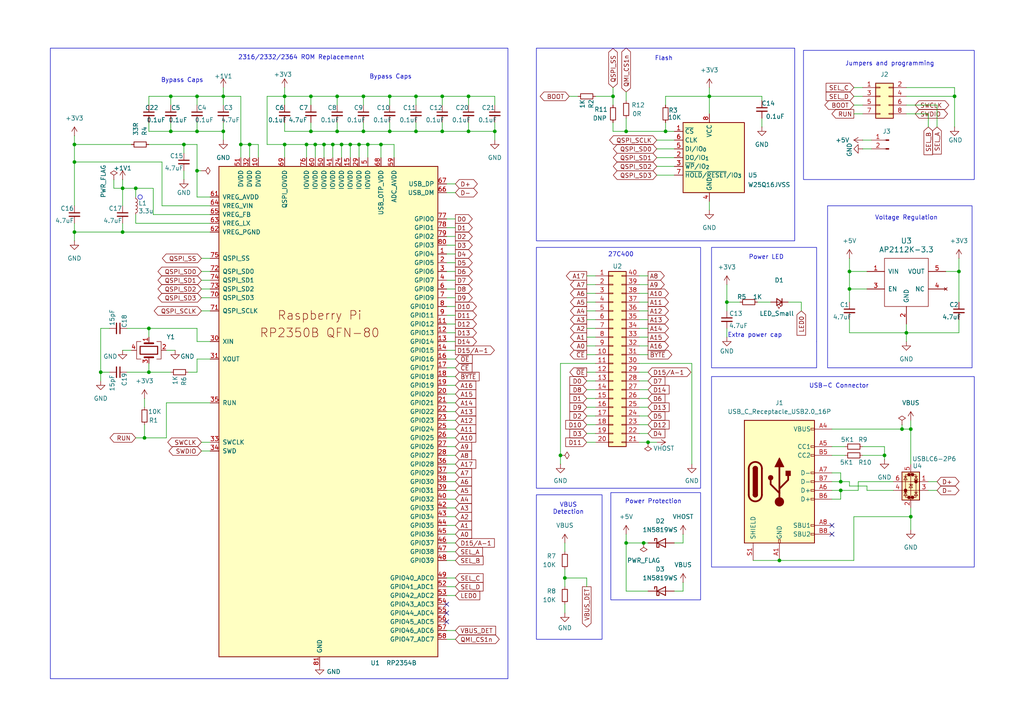
<source format=kicad_sch>
(kicad_sch (version 20250114) (generator "eeschema") (generator_version "9.0")
  (paper "A4")
  (title_block (title "One ROM") (date "2026-01-08") (rev "Fire 40 rev A") (company "piers.rocks") (comment 1 "(c) Piers Finlayson 2026"))
  (rectangle (start 177.165 142.875) (end 203.2 173.99))
  (rectangle (start 155.575 71.755) (end 203.2 141.605))
  (rectangle (start 155.575 143.51) (end 174.625 185.42))
  (circle (center 40.64 57.15) (radius 0.635))
  (rectangle (start 155.575 13.97) (end 230.505 69.85))
  (rectangle (start 236.855 99.06) (end 236.855 99.06))
  (rectangle (start 14.605 13.97) (end 147.32 196.85))
  (rectangle (start 233.045 14.605) (end 282.575 52.07))
  (rectangle (start 206.375 71.755) (end 236.855 106.68))
  (rectangle (start 240.03 59.69) (end 281.94 106.68))
  (rectangle (start 206.375 109.22) (end 282.575 164.465))
  (text "USB-C Connector" (at 243.332 112.014 0) (effects (font (size 1.27 1.27))))
  (text "Voltage Regulation" (at 262.89 63.246 0) (effects (font (size 1.27 1.27))))
  (text "Extra power cap" (at 218.948 97.282 0) (effects (font (size 1.27 1.27))))
  (text "2316/2332/2364 ROM Replacemennt" (at 87.376 16.764 0) (effects (font (size 1.27 1.27))))
  (text "Bypass Caps" (at 52.832 23.368 0) (effects (font (size 1.27 1.27))))
  (text "Power LED" (at 222.25 74.676 0) (effects (font (size 1.27 1.27))))
  (text "Power Protection" (at 189.484 145.542 0) (effects (font (size 1.27 1.27))))
  (text "27C400" (at 180.086 73.914 0) (effects (font (size 1.27 1.27))))
  (text "VBUS\nDetection" (at 164.846 147.574 0) (effects (font (size 1.27 1.27))))
  (text "Bypass Caps" (at 113.284 22.352 0) (effects (font (size 1.27 1.27))))
  (text "Flash" (at 192.532 17.018 0) (effects (font (size 1.27 1.27))))
  (text "Jumpers and programming" (at 258.064 18.542 0) (effects (font (size 1.27 1.27))))
  (junction (at 35.56 54.61))
  (junction (at 21.59 41.91))
  (junction (at 21.59 67.31))
  (junction (at 104.14 41.91))
  (junction (at 97.79 38.1))
  (junction (at 97.79 27.94))
  (junction (at 110.49 41.91))
  (junction (at 90.17 38.1))
  (junction (at 49.53 27.94))
  (junction (at 264.16 149.86))
  (junction (at 72.39 41.91))
  (junction (at 113.03 27.94))
  (junction (at 57.15 38.1))
  (junction (at 43.18 107.95))
  (junction (at 105.41 38.1))
  (junction (at 29.21 107.95))
  (junction (at 35.56 67.31))
  (junction (at 69.85 41.91))
  (junction (at 64.77 27.94))
  (junction (at 205.74 27.94))
  (junction (at 243.84 142.24))
  (junction (at 163.83 167.64))
  (junction (at 246.38 78.74))
  (junction (at 276.86 27.94))
  (junction (at 64.77 38.1))
  (junction (at 243.84 139.7))
  (junction (at 177.8 27.94))
  (junction (at 96.52 41.91))
  (junction (at 82.55 27.94))
  (junction (at 57.15 27.94))
  (junction (at 91.44 41.91))
  (junction (at 262.89 96.52))
  (junction (at 99.06 41.91))
  (junction (at 261.62 124.46))
  (junction (at 21.59 46.99))
  (junction (at 101.6 41.91))
  (junction (at 162.56 132.08))
  (junction (at 82.55 41.91))
  (junction (at 88.9 41.91))
  (junction (at 135.89 38.1))
  (junction (at 128.27 38.1))
  (junction (at 57.15 49.53))
  (junction (at 210.82 87.63))
  (junction (at 246.38 83.82))
  (junction (at 256.54 132.08))
  (junction (at 93.98 41.91))
  (junction (at 53.34 41.91))
  (junction (at 193.04 38.1))
  (junction (at 264.16 124.46))
  (junction (at 135.89 27.94))
  (junction (at 49.53 38.1))
  (junction (at 120.65 27.94))
  (junction (at 226.06 162.56))
  (junction (at 181.61 157.48))
  (junction (at 120.65 38.1))
  (junction (at 187.96 128.27))
  (junction (at 41.91 127))
  (junction (at 90.17 27.94))
  (junction (at 113.03 38.1))
  (junction (at 39.37 54.61))
  (junction (at 106.68 41.91))
  (junction (at 143.51 38.1))
  (junction (at 105.41 27.94))
  (junction (at 186.69 157.48))
  (junction (at 278.13 78.74))
  (junction (at 128.27 27.94))
  (junction (at 181.61 38.1))
  (junction (at 43.18 95.25))
  (no_connect (at 129.54 175.26))
  (no_connect (at 129.54 177.8))
  (no_connect (at 241.3 154.94))
  (no_connect (at 241.3 152.4))
  (no_connect (at 129.54 180.34))
  (wire (pts (xy 278.13 78.74) (xy 278.13 87.63)))
  (wire (pts (xy 181.61 38.1) (xy 193.04 38.1)))
  (wire (pts (xy 91.44 41.91) (xy 93.98 41.91)))
  (wire (pts (xy 232.41 87.63) (xy 232.41 90.17)))
  (wire (pts (xy 93.98 41.91) (xy 96.52 41.91)))
  (wire (pts (xy 44.45 62.23) (xy 60.96 62.23)))
  (wire (pts (xy 241.3 139.7) (xy 243.84 139.7)))
  (wire (pts (xy 43.18 95.25) (xy 43.18 97.79)))
  (wire (pts (xy 97.79 30.48) (xy 97.79 27.94)))
  (wire (pts (xy 113.03 35.56) (xy 113.03 38.1)))
  (wire (pts (xy 77.47 27.94) (xy 82.55 27.94)))
  (wire (pts (xy 69.85 27.94) (xy 64.77 27.94)))
  (wire (pts (xy 58.42 86.36) (xy 60.96 86.36)))
  (wire (pts (xy 243.84 137.16) (xy 243.84 139.7)))
  (wire (pts (xy 88.9 45.72) (xy 88.9 41.91)))
  (wire (pts (xy 97.79 38.1) (xy 97.79 35.56)))
  (wire (pts (xy 243.84 139.7) (xy 246.38 139.7)))
  (wire (pts (xy 43.18 105.41) (xy 43.18 107.95)))
  (wire (pts (xy 261.62 123.19) (xy 261.62 124.46)))
  (wire (pts (xy 129.54 121.92) (xy 132.08 121.92)))
  (wire (pts (xy 163.83 157.48) (xy 163.83 160.02)))
  (wire (pts (xy 185.42 97.79) (xy 187.96 97.79)))
  (wire (pts (xy 243.84 144.78) (xy 243.84 142.24)))
  (wire (pts (xy 246.38 96.52) (xy 262.89 96.52)))
  (wire (pts (xy 49.53 27.94) (xy 49.53 30.48)))
  (wire (pts (xy 93.98 41.91) (xy 93.98 45.72)))
  (wire (pts (xy 99.06 41.91) (xy 99.06 45.72)))
  (wire (pts (xy 29.21 110.49) (xy 29.21 107.95)))
  (wire (pts (xy 101.6 45.72) (xy 101.6 41.91)))
  (wire (pts (xy 21.59 41.91) (xy 21.59 46.99)))
  (wire (pts (xy 200.66 105.41) (xy 200.66 134.62)))
  (wire (pts (xy 185.42 120.65) (xy 187.96 120.65)))
  (wire (pts (xy 198.12 154.94) (xy 198.12 157.48)))
  (wire (pts (xy 264.16 121.92) (xy 264.16 124.46)))
  (wire (pts (xy 53.34 49.53) (xy 53.34 52.07)))
  (wire (pts (xy 129.54 63.5) (xy 132.08 63.5)))
  (wire (pts (xy 185.42 107.95) (xy 187.96 107.95)))
  (wire (pts (xy 113.03 27.94) (xy 120.65 27.94)))
  (wire (pts (xy 91.44 45.72) (xy 91.44 41.91)))
  (wire (pts (xy 57.15 38.1) (xy 64.77 38.1)))
  (wire (pts (xy 262.89 96.52) (xy 262.89 99.06)))
  (wire (pts (xy 276.86 27.94) (xy 276.86 36.83)))
  (wire (pts (xy 58.42 49.53) (xy 57.15 49.53)))
  (wire (pts (xy 262.89 27.94) (xy 276.86 27.94)))
  (wire (pts (xy 57.15 49.53) (xy 57.15 41.91)))
  (wire (pts (xy 57.15 38.1) (xy 57.15 35.56)))
  (wire (pts (xy 185.42 102.87) (xy 187.96 102.87)))
  (wire (pts (xy 185.42 80.01) (xy 187.96 80.01)))
  (wire (pts (xy 35.56 54.61) (xy 35.56 59.69)))
  (wire (pts (xy 262.89 33.02) (xy 269.24 33.02)))
  (wire (pts (xy 269.24 142.24) (xy 271.78 142.24)))
  (wire (pts (xy 162.56 105.41) (xy 172.72 105.41)))
  (wire (pts (xy 57.15 104.14) (xy 60.96 104.14)))
  (wire (pts (xy 177.8 25.4) (xy 177.8 27.94)))
  (wire (pts (xy 269.24 139.7) (xy 271.78 139.7)))
  (wire (pts (xy 210.82 87.63) (xy 210.82 90.17)))
  (wire (pts (xy 43.18 38.1) (xy 49.53 38.1)))
  (wire (pts (xy 210.82 95.25) (xy 210.82 97.79)))
  (wire (pts (xy 220.98 27.94) (xy 220.98 29.21)))
  (wire (pts (xy 177.8 38.1) (xy 181.61 38.1)))
  (wire (pts (xy 58.42 90.17) (xy 60.96 90.17)))
  (wire (pts (xy 39.37 64.77) (xy 39.37 62.23)))
  (wire (pts (xy 162.56 132.08) (xy 162.56 134.62)))
  (wire (pts (xy 29.21 107.95) (xy 29.21 95.25)))
  (wire (pts (xy 82.55 41.91) (xy 82.55 45.72)))
  (wire (pts (xy 135.89 38.1) (xy 143.51 38.1)))
  (wire (pts (xy 129.54 160.02) (xy 132.08 160.02)))
  (wire (pts (xy 243.84 142.24) (xy 248.92 142.24)))
  (wire (pts (xy 57.15 41.91) (xy 53.34 41.91)))
  (wire (pts (xy 97.79 27.94) (xy 105.41 27.94)))
  (wire (pts (xy 205.74 25.4) (xy 205.74 27.94)))
  (wire (pts (xy 246.38 140.97) (xy 251.46 140.97)))
  (wire (pts (xy 82.55 27.94) (xy 82.55 30.48)))
  (wire (pts (xy 90.17 35.56) (xy 90.17 38.1)))
  (wire (pts (xy 64.77 38.1) (xy 64.77 40.64)))
  (wire (pts (xy 135.89 27.94) (xy 135.89 30.48)))
  (wire (pts (xy 220.98 34.29) (xy 220.98 36.83)))
  (wire (pts (xy 129.54 93.98) (xy 132.08 93.98)))
  (wire (pts (xy 170.18 92.71) (xy 172.72 92.71)))
  (wire (pts (xy 36.83 107.95) (xy 43.18 107.95)))
  (wire (pts (xy 46.99 46.99) (xy 21.59 46.99)))
  (wire (pts (xy 106.68 41.91) (xy 110.49 41.91)))
  (wire (pts (xy 39.37 54.61) (xy 44.45 54.61)))
  (wire (pts (xy 172.72 27.94) (xy 177.8 27.94)))
  (wire (pts (xy 256.54 133.35) (xy 256.54 132.08)))
  (wire (pts (xy 256.54 132.08) (xy 250.19 132.08)))
  (wire (pts (xy 57.15 27.94) (xy 64.77 27.94)))
  (wire (pts (xy 248.92 142.24) (xy 248.92 139.7)))
  (wire (pts (xy 64.77 25.4) (xy 64.77 27.94)))
  (wire (pts (xy 278.13 96.52) (xy 278.13 92.71)))
  (wire (pts (xy 60.96 59.69) (xy 46.99 59.69)))
  (wire (pts (xy 74.93 41.91) (xy 72.39 41.91)))
  (wire (pts (xy 129.54 73.66) (xy 132.08 73.66)))
  (wire (pts (xy 21.59 67.31) (xy 35.56 67.31)))
  (wire (pts (xy 251.46 140.97) (xy 251.46 142.24)))
  (wire (pts (xy 210.82 82.55) (xy 210.82 87.63)))
  (wire (pts (xy 88.9 41.91) (xy 91.44 41.91)))
  (wire (pts (xy 246.38 83.82) (xy 246.38 87.63)))
  (wire (pts (xy 129.54 132.08) (xy 132.08 132.08)))
  (wire (pts (xy 35.56 64.77) (xy 35.56 67.31)))
  (wire (pts (xy 163.83 165.1) (xy 163.83 167.64)))
  (wire (pts (xy 247.65 25.4) (xy 250.19 25.4)))
  (wire (pts (xy 97.79 38.1) (xy 105.41 38.1)))
  (wire (pts (xy 129.54 88.9) (xy 132.08 88.9)))
  (wire (pts (xy 49.53 38.1) (xy 49.53 35.56)))
  (wire (pts (xy 106.68 41.91) (xy 106.68 45.72)))
  (wire (pts (xy 35.56 101.6) (xy 38.1 101.6)))
  (wire (pts (xy 129.54 172.72) (xy 132.08 172.72)))
  (wire (pts (xy 205.74 27.94) (xy 205.74 33.02)))
  (wire (pts (xy 181.61 34.29) (xy 181.61 38.1)))
  (wire (pts (xy 264.16 147.32) (xy 264.16 149.86)))
  (wire (pts (xy 165.1 27.94) (xy 167.64 27.94)))
  (wire (pts (xy 129.54 154.94) (xy 132.08 154.94)))
  (wire (pts (xy 21.59 39.37) (xy 21.59 41.91)))
  (wire (pts (xy 274.32 78.74) (xy 278.13 78.74)))
  (wire (pts (xy 113.03 38.1) (xy 120.65 38.1)))
  (wire (pts (xy 48.26 116.84) (xy 60.96 116.84)))
  (wire (pts (xy 246.38 78.74) (xy 251.46 78.74)))
  (wire (pts (xy 53.34 41.91) (xy 53.34 44.45)))
  (wire (pts (xy 177.8 27.94) (xy 177.8 30.48)))
  (wire (pts (xy 170.18 113.03) (xy 172.72 113.03)))
  (wire (pts (xy 135.89 35.56) (xy 135.89 38.1)))
  (wire (pts (xy 105.41 38.1) (xy 113.03 38.1)))
  (wire (pts (xy 129.54 149.86) (xy 132.08 149.86)))
  (wire (pts (xy 163.83 167.64) (xy 170.18 167.64)))
  (wire (pts (xy 205.74 27.94) (xy 220.98 27.94)))
  (wire (pts (xy 43.18 41.91) (xy 53.34 41.91)))
  (wire (pts (xy 181.61 157.48) (xy 181.61 171.45)))
  (wire (pts (xy 218.44 162.56) (xy 226.06 162.56)))
  (wire (pts (xy 21.59 64.77) (xy 21.59 67.31)))
  (wire (pts (xy 129.54 139.7) (xy 132.08 139.7)))
  (wire (pts (xy 185.42 95.25) (xy 187.96 95.25)))
  (wire (pts (xy 187.96 128.27) (xy 190.5 128.27)))
  (wire (pts (xy 170.18 82.55) (xy 172.72 82.55)))
  (wire (pts (xy 58.42 81.28) (xy 60.96 81.28)))
  (wire (pts (xy 185.42 128.27) (xy 187.96 128.27)))
  (wire (pts (xy 104.14 41.91) (xy 104.14 45.72)))
  (wire (pts (xy 129.54 86.36) (xy 132.08 86.36)))
  (wire (pts (xy 29.21 95.25) (xy 31.75 95.25)))
  (wire (pts (xy 129.54 68.58) (xy 132.08 68.58)))
  (wire (pts (xy 21.59 41.91) (xy 38.1 41.91)))
  (wire (pts (xy 163.83 175.26) (xy 163.83 177.8)))
  (wire (pts (xy 29.21 107.95) (xy 31.75 107.95)))
  (wire (pts (xy 104.14 41.91) (xy 106.68 41.91)))
  (wire (pts (xy 129.54 185.42) (xy 132.08 185.42)))
  (wire (pts (xy 170.18 110.49) (xy 172.72 110.49)))
  (wire (pts (xy 190.5 43.18) (xy 195.58 43.18)))
  (wire (pts (xy 35.56 67.31) (xy 60.96 67.31)))
  (wire (pts (xy 264.16 149.86) (xy 264.16 153.67)))
  (wire (pts (xy 129.54 55.88) (xy 132.08 55.88)))
  (wire (pts (xy 256.54 129.54) (xy 256.54 132.08)))
  (wire (pts (xy 129.54 66.04) (xy 132.08 66.04)))
  (wire (pts (xy 64.77 27.94) (xy 64.77 30.48)))
  (wire (pts (xy 39.37 54.61) (xy 35.56 54.61)))
  (wire (pts (xy 185.42 118.11) (xy 187.96 118.11)))
  (wire (pts (xy 246.38 78.74) (xy 246.38 83.82)))
  (wire (pts (xy 205.74 58.42) (xy 205.74 60.96)))
  (wire (pts (xy 49.53 27.94) (xy 43.18 27.94)))
  (wire (pts (xy 82.55 38.1) (xy 82.55 35.56)))
  (wire (pts (xy 170.18 90.17) (xy 172.72 90.17)))
  (wire (pts (xy 129.54 53.34) (xy 132.08 53.34)))
  (wire (pts (xy 129.54 142.24) (xy 132.08 142.24)))
  (wire (pts (xy 43.18 35.56) (xy 43.18 38.1)))
  (wire (pts (xy 247.65 33.02) (xy 250.19 33.02)))
  (wire (pts (xy 132.08 111.76) (xy 129.54 111.76)))
  (wire (pts (xy 250.19 43.18) (xy 252.73 43.18)))
  (wire (pts (xy 21.59 67.31) (xy 21.59 69.85)))
  (wire (pts (xy 82.55 27.94) (xy 90.17 27.94)))
  (wire (pts (xy 193.04 30.48) (xy 193.04 27.94)))
  (wire (pts (xy 39.37 54.61) (xy 39.37 57.15)))
  (wire (pts (xy 247.65 162.56) (xy 247.65 149.86)))
  (wire (pts (xy 129.54 157.48) (xy 132.08 157.48)))
  (wire (pts (xy 44.45 54.61) (xy 44.45 62.23)))
  (wire (pts (xy 129.54 101.6) (xy 132.08 101.6)))
  (wire (pts (xy 177.8 35.56) (xy 177.8 38.1)))
  (wire (pts (xy 43.18 27.94) (xy 43.18 30.48)))
  (wire (pts (xy 97.79 27.94) (xy 90.17 27.94)))
  (wire (pts (xy 58.42 128.27) (xy 60.96 128.27)))
  (wire (pts (xy 241.3 132.08) (xy 245.11 132.08)))
  (wire (pts (xy 232.41 87.63) (xy 228.6 87.63)))
  (wire (pts (xy 185.42 105.41) (xy 200.66 105.41)))
  (wire (pts (xy 82.55 25.4) (xy 82.55 27.94)))
  (wire (pts (xy 129.54 83.82) (xy 132.08 83.82)))
  (wire (pts (xy 170.18 118.11) (xy 172.72 118.11)))
  (wire (pts (xy 120.65 27.94) (xy 128.27 27.94)))
  (wire (pts (xy 246.38 92.71) (xy 246.38 96.52)))
  (wire (pts (xy 120.65 38.1) (xy 128.27 38.1)))
  (wire (pts (xy 278.13 74.93) (xy 278.13 78.74)))
  (wire (pts (xy 129.54 106.68) (xy 132.08 106.68)))
  (wire (pts (xy 250.19 129.54) (xy 256.54 129.54)))
  (wire (pts (xy 181.61 157.48) (xy 186.69 157.48)))
  (wire (pts (xy 241.3 137.16) (xy 243.84 137.16)))
  (wire (pts (xy 129.54 96.52) (xy 132.08 96.52)))
  (wire (pts (xy 128.27 27.94) (xy 135.89 27.94)))
  (wire (pts (xy 120.65 27.94) (xy 120.65 30.48)))
  (wire (pts (xy 57.15 95.25) (xy 57.15 99.06)))
  (wire (pts (xy 58.42 83.82) (xy 60.96 83.82)))
  (wire (pts (xy 271.78 30.48) (xy 271.78 36.83)))
  (wire (pts (xy 185.42 123.19) (xy 187.96 123.19)))
  (wire (pts (xy 57.15 27.94) (xy 49.53 27.94)))
  (wire (pts (xy 190.5 48.26) (xy 195.58 48.26)))
  (wire (pts (xy 226.06 162.56) (xy 247.65 162.56)))
  (wire (pts (xy 129.54 170.18) (xy 132.08 170.18)))
  (wire (pts (xy 262.89 96.52) (xy 278.13 96.52)))
  (wire (pts (xy 36.83 95.25) (xy 43.18 95.25)))
  (wire (pts (xy 54.61 107.95) (xy 57.15 107.95)))
  (wire (pts (xy 143.51 38.1) (xy 143.51 40.64)))
  (wire (pts (xy 190.5 45.72) (xy 195.58 45.72)))
  (wire (pts (xy 49.53 38.1) (xy 57.15 38.1)))
  (wire (pts (xy 128.27 27.94) (xy 128.27 30.48)))
  (wire (pts (xy 129.54 137.16) (xy 132.08 137.16)))
  (wire (pts (xy 77.47 41.91) (xy 77.47 27.94)))
  (wire (pts (xy 170.18 120.65) (xy 172.72 120.65)))
  (wire (pts (xy 113.03 27.94) (xy 113.03 30.48)))
  (wire (pts (xy 190.5 50.8) (xy 195.58 50.8)))
  (wire (pts (xy 129.54 182.88) (xy 132.08 182.88)))
  (wire (pts (xy 132.08 114.3) (xy 129.54 114.3)))
  (wire (pts (xy 246.38 139.7) (xy 246.38 140.97)))
  (wire (pts (xy 72.39 41.91) (xy 69.85 41.91)))
  (wire (pts (xy 41.91 123.19) (xy 41.91 127)))
  (wire (pts (xy 33.02 52.07) (xy 33.02 54.61)))
  (wire (pts (xy 35.56 52.07) (xy 35.56 54.61)))
  (wire (pts (xy 64.77 38.1) (xy 64.77 35.56)))
  (wire (pts (xy 250.19 40.64) (xy 252.73 40.64)))
  (wire (pts (xy 90.17 27.94) (xy 90.17 30.48)))
  (wire (pts (xy 128.27 35.56) (xy 128.27 38.1)))
  (wire (pts (xy 247.65 149.86) (xy 264.16 149.86)))
  (wire (pts (xy 132.08 78.74) (xy 129.54 78.74)))
  (wire (pts (xy 170.18 85.09) (xy 172.72 85.09)))
  (wire (pts (xy 247.65 27.94) (xy 250.19 27.94)))
  (wire (pts (xy 82.55 41.91) (xy 88.9 41.91)))
  (wire (pts (xy 33.02 54.61) (xy 35.56 54.61)))
  (wire (pts (xy 262.89 25.4) (xy 276.86 25.4)))
  (wire (pts (xy 101.6 41.91) (xy 104.14 41.91)))
  (wire (pts (xy 193.04 27.94) (xy 205.74 27.94)))
  (wire (pts (xy 129.54 162.56) (xy 132.08 162.56)))
  (wire (pts (xy 129.54 152.4) (xy 132.08 152.4)))
  (wire (pts (xy 57.15 99.06) (xy 60.96 99.06)))
  (wire (pts (xy 185.42 110.49) (xy 187.96 110.49)))
  (wire (pts (xy 186.69 157.48) (xy 187.96 157.48)))
  (wire (pts (xy 264.16 124.46) (xy 264.16 134.62)))
  (wire (pts (xy 43.18 95.25) (xy 57.15 95.25)))
  (wire (pts (xy 198.12 168.91) (xy 198.12 171.45)))
  (wire (pts (xy 41.91 115.57) (xy 41.91 118.11)))
  (wire (pts (xy 82.55 41.91) (xy 77.47 41.91)))
  (wire (pts (xy 129.54 124.46) (xy 132.08 124.46)))
  (wire (pts (xy 90.17 38.1) (xy 97.79 38.1)))
  (wire (pts (xy 170.18 128.27) (xy 172.72 128.27)))
  (wire (pts (xy 129.54 129.54) (xy 132.08 129.54)))
  (wire (pts (xy 193.04 38.1) (xy 195.58 38.1)))
  (wire (pts (xy 198.12 157.48) (xy 195.58 157.48)))
  (wire (pts (xy 48.26 127) (xy 48.26 116.84)))
  (wire (pts (xy 129.54 99.06) (xy 132.08 99.06)))
  (wire (pts (xy 110.49 41.91) (xy 114.3 41.91)))
  (wire (pts (xy 170.18 115.57) (xy 172.72 115.57)))
  (wire (pts (xy 57.15 107.95) (xy 57.15 104.14)))
  (wire (pts (xy 193.04 35.56) (xy 193.04 38.1)))
  (wire (pts (xy 129.54 119.38) (xy 132.08 119.38)))
  (wire (pts (xy 21.59 46.99) (xy 21.59 59.69)))
  (wire (pts (xy 185.42 100.33) (xy 187.96 100.33)))
  (wire (pts (xy 129.54 109.22) (xy 132.08 109.22)))
  (wire (pts (xy 69.85 45.72) (xy 69.85 41.91)))
  (wire (pts (xy 210.82 87.63) (xy 214.63 87.63)))
  (wire (pts (xy 261.62 124.46) (xy 264.16 124.46)))
  (wire (pts (xy 241.3 144.78) (xy 243.84 144.78)))
  (wire (pts (xy 170.18 87.63) (xy 172.72 87.63)))
  (wire (pts (xy 262.89 93.98) (xy 262.89 96.52)))
  (wire (pts (xy 276.86 25.4) (xy 276.86 27.94)))
  (wire (pts (xy 185.42 90.17) (xy 187.96 90.17)))
  (wire (pts (xy 105.41 27.94) (xy 105.41 30.48)))
  (wire (pts (xy 170.18 123.19) (xy 172.72 123.19)))
  (wire (pts (xy 60.96 64.77) (xy 39.37 64.77)))
  (wire (pts (xy 269.24 36.83) (xy 269.24 33.02)))
  (wire (pts (xy 185.42 113.03) (xy 187.96 113.03)))
  (wire (pts (xy 43.18 107.95) (xy 49.53 107.95)))
  (wire (pts (xy 129.54 144.78) (xy 132.08 144.78)))
  (wire (pts (xy 251.46 142.24) (xy 259.08 142.24)))
  (wire (pts (xy 246.38 83.82) (xy 251.46 83.82)))
  (wire (pts (xy 247.65 30.48) (xy 250.19 30.48)))
  (wire (pts (xy 248.92 139.7) (xy 259.08 139.7)))
  (wire (pts (xy 39.37 127) (xy 41.91 127)))
  (wire (pts (xy 198.12 171.45) (xy 195.58 171.45)))
  (wire (pts (xy 129.54 81.28) (xy 132.08 81.28)))
  (wire (pts (xy 58.42 130.81) (xy 60.96 130.81)))
  (wire (pts (xy 181.61 171.45) (xy 187.96 171.45)))
  (wire (pts (xy 72.39 45.72) (xy 72.39 41.91)))
  (wire (pts (xy 96.52 41.91) (xy 99.06 41.91)))
  (wire (pts (xy 162.56 105.41) (xy 162.56 132.08)))
  (wire (pts (xy 132.08 116.84) (xy 129.54 116.84)))
  (wire (pts (xy 185.42 115.57) (xy 187.96 115.57)))
  (wire (pts (xy 114.3 41.91) (xy 114.3 45.72)))
  (wire (pts (xy 129.54 167.64) (xy 132.08 167.64)))
  (wire (pts (xy 181.61 26.67) (xy 181.61 29.21)))
  (wire (pts (xy 170.18 80.01) (xy 172.72 80.01)))
  (wire (pts (xy 129.54 127) (xy 132.08 127)))
  (wire (pts (xy 132.08 76.2) (xy 129.54 76.2)))
  (wire (pts (xy 185.42 87.63) (xy 187.96 87.63)))
  (wire (pts (xy 185.42 82.55) (xy 187.96 82.55)))
  (wire (pts (xy 170.18 167.64) (xy 170.18 170.18)))
  (wire (pts (xy 57.15 57.15) (xy 57.15 49.53)))
  (wire (pts (xy 69.85 41.91) (xy 69.85 27.94)))
  (wire (pts (xy 60.96 57.15) (xy 57.15 57.15)))
  (wire (pts (xy 48.26 101.6) (xy 50.8 101.6)))
  (wire (pts (xy 185.42 125.73) (xy 187.96 125.73)))
  (wire (pts (xy 170.18 107.95) (xy 172.72 107.95)))
  (wire (pts (xy 170.18 102.87) (xy 172.72 102.87)))
  (wire (pts (xy 129.54 104.14) (xy 132.08 104.14)))
  (wire (pts (xy 181.61 154.94) (xy 181.61 157.48)))
  (wire (pts (xy 41.91 127) (xy 48.26 127)))
  (wire (pts (xy 110.49 41.91) (xy 110.49 45.72)))
  (wire (pts (xy 241.3 129.54) (xy 245.11 129.54)))
  (wire (pts (xy 129.54 91.44) (xy 132.08 91.44)))
  (wire (pts (xy 170.18 97.79) (xy 172.72 97.79)))
  (wire (pts (xy 105.41 27.94) (xy 113.03 27.94)))
  (wire (pts (xy 143.51 38.1) (xy 143.51 35.56)))
  (wire (pts (xy 57.15 27.94) (xy 57.15 30.48)))
  (wire (pts (xy 96.52 45.72) (xy 96.52 41.91)))
  (wire (pts (xy 129.54 147.32) (xy 132.08 147.32)))
  (wire (pts (xy 129.54 71.12) (xy 132.08 71.12)))
  (wire (pts (xy 120.65 35.56) (xy 120.65 38.1)))
  (wire (pts (xy 99.06 41.91) (xy 101.6 41.91)))
  (wire (pts (xy 105.41 35.56) (xy 105.41 38.1)))
  (wire (pts (xy 241.3 124.46) (xy 261.62 124.46)))
  (wire (pts (xy 46.99 59.69) (xy 46.99 46.99)))
  (wire (pts (xy 135.89 27.94) (xy 143.51 27.94)))
  (wire (pts (xy 58.42 74.93) (xy 60.96 74.93)))
  (wire (pts (xy 185.42 85.09) (xy 187.96 85.09)))
  (wire (pts (xy 170.18 100.33) (xy 172.72 100.33)))
  (wire (pts (xy 129.54 134.62) (xy 132.08 134.62)))
  (wire (pts (xy 219.71 87.63) (xy 223.52 87.63)))
  (wire (pts (xy 74.93 45.72) (xy 74.93 41.91)))
  (wire (pts (xy 246.38 74.93) (xy 246.38 78.74)))
  (wire (pts (xy 128.27 38.1) (xy 135.89 38.1)))
  (wire (pts (xy 58.42 78.74) (xy 60.96 78.74)))
  (wire (pts (xy 185.42 92.71) (xy 187.96 92.71)))
  (wire (pts (xy 163.83 167.64) (xy 163.83 170.18)))
  (wire (pts (xy 241.3 142.24) (xy 243.84 142.24)))
  (wire (pts (xy 143.51 27.94) (xy 143.51 30.48)))
  (wire (pts (xy 170.18 125.73) (xy 172.72 125.73)))
  (wire (pts (xy 90.17 38.1) (xy 82.55 38.1)))
  (wire (pts (xy 170.18 95.25) (xy 172.72 95.25)))
  (wire (pts (xy 190.5 40.64) (xy 195.58 40.64)))
  (wire (pts (xy 262.89 30.48) (xy 271.78 30.48)))
  (global_label "SWCLK" (shape bidirectional) (at 58.42 128.27 180) (property "Intersheetrefs" "${INTERSHEET_REFS}" (effects (hide yes))))
  (global_label "A7" (shape output) (at 170.18 82.55 180) (property "Intersheetrefs" "${INTERSHEET_REFS}" (effects (hide yes))))
  (global_label "A13" (shape input) (at 132.08 119.38 0) (property "Intersheetrefs" "${INTERSHEET_REFS}" (effects (hide yes))))
  (global_label "A14" (shape input) (at 132.08 116.84 0) (property "Intersheetrefs" "${INTERSHEET_REFS}" (effects (hide yes))))
  (global_label "A7" (shape input) (at 132.08 137.16 0) (property "Intersheetrefs" "${INTERSHEET_REFS}" (effects (hide yes))))
  (global_label "A16" (shape input) (at 132.08 111.76 0) (property "Intersheetrefs" "${INTERSHEET_REFS}" (effects (hide yes))))
  (global_label "A16" (shape output) (at 187.96 100.33 0) (property "Intersheetrefs" "${INTERSHEET_REFS}" (effects (hide yes))))
  (global_label "A11" (shape input) (at 132.08 124.46 0) (property "Intersheetrefs" "${INTERSHEET_REFS}" (effects (hide yes))))
  (global_label "D7" (shape input) (at 187.96 110.49 0) (property "Intersheetrefs" "${INTERSHEET_REFS}" (effects (hide yes))))
  (global_label "D+" (shape bidirectional) (at 271.78 139.7 0) (property "Intersheetrefs" "${INTERSHEET_REFS}" (effects (hide yes))))
  (global_label "D15{slash}A-1" (shape input) (at 132.08 157.48 0) (property "Intersheetrefs" "${INTERSHEET_REFS}" (effects (hide yes))))
  (global_label "A15" (shape input) (at 132.08 114.3 0) (property "Intersheetrefs" "${INTERSHEET_REFS}" (effects (hide yes))))
  (global_label "D13" (shape output) (at 132.08 96.52 0) (property "Intersheetrefs" "${INTERSHEET_REFS}" (effects (hide yes))))
  (global_label "~{OE}" (shape input) (at 132.08 104.14 0) (property "Intersheetrefs" "${INTERSHEET_REFS}" (effects (hide yes))))
  (global_label "D0" (shape input) (at 170.18 110.49 180) (property "Intersheetrefs" "${INTERSHEET_REFS}" (effects (hide yes))))
  (global_label "A0" (shape output) (at 170.18 100.33 180) (property "Intersheetrefs" "${INTERSHEET_REFS}" (effects (hide yes))))
  (global_label "~{BYTE}" (shape input) (at 132.08 109.22 0) (property "Intersheetrefs" "${INTERSHEET_REFS}" (effects (hide yes))))
  (global_label "QSPI_SD1" (shape bidirectional) (at 58.42 81.28 180) (property "Intersheetrefs" "${INTERSHEET_REFS}" (effects (hide yes))))
  (global_label "QSPI_SS" (shape bidirectional) (at 177.8 25.4 90) (property "Intersheetrefs" "${INTERSHEET_REFS}" (effects (hide yes))))
  (global_label "D14" (shape output) (at 132.08 99.06 0) (property "Intersheetrefs" "${INTERSHEET_REFS}" (effects (hide yes))))
  (global_label "VBUS_DET" (shape input) (at 132.08 182.88 0) (property "Intersheetrefs" "${INTERSHEET_REFS}" (effects (hide yes))))
  (global_label "D9" (shape output) (at 132.08 86.36 0) (property "Intersheetrefs" "${INTERSHEET_REFS}" (effects (hide yes))))
  (global_label "QMI_CS1n" (shape bidirectional) (at 132.08 185.42 0) (property "Intersheetrefs" "${INTERSHEET_REFS}" (effects (hide yes))))
  (global_label "A13" (shape output) (at 187.96 92.71 0) (property "Intersheetrefs" "${INTERSHEET_REFS}" (effects (hide yes))))
  (global_label "A11" (shape output) (at 187.96 87.63 0) (property "Intersheetrefs" "${INTERSHEET_REFS}" (effects (hide yes))))
  (global_label "A5" (shape output) (at 170.18 87.63 180) (property "Intersheetrefs" "${INTERSHEET_REFS}" (effects (hide yes))))
  (global_label "A15" (shape output) (at 187.96 97.79 0) (property "Intersheetrefs" "${INTERSHEET_REFS}" (effects (hide yes))))
  (global_label "~{BYTE}" (shape output) (at 187.96 102.87 0) (property "Intersheetrefs" "${INTERSHEET_REFS}" (effects (hide yes))))
  (global_label "SEL_C" (shape input) (at 247.65 25.4 180) (property "Intersheetrefs" "${INTERSHEET_REFS}" (effects (hide yes))))
  (global_label "QSPI_SD3" (shape bidirectional) (at 58.42 86.36 180) (property "Intersheetrefs" "${INTERSHEET_REFS}" (effects (hide yes))))
  (global_label "D1" (shape input) (at 170.18 115.57 180) (property "Intersheetrefs" "${INTERSHEET_REFS}" (effects (hide yes))))
  (global_label "~{CE}" (shape input) (at 132.08 106.68 0) (property "Intersheetrefs" "${INTERSHEET_REFS}" (effects (hide yes))))
  (global_label "D7" (shape output) (at 132.08 81.28 0) (property "Intersheetrefs" "${INTERSHEET_REFS}" (effects (hide yes))))
  (global_label "~{CE}" (shape output) (at 170.18 102.87 180) (property "Intersheetrefs" "${INTERSHEET_REFS}" (effects (hide yes))))
  (global_label "D13" (shape input) (at 187.96 118.11 0) (property "Intersheetrefs" "${INTERSHEET_REFS}" (effects (hide yes))))
  (global_label "QSPI_SD0" (shape bidirectional) (at 58.42 78.74 180) (property "Intersheetrefs" "${INTERSHEET_REFS}" (effects (hide yes))))
  (global_label "A6" (shape input) (at 132.08 139.7 0) (property "Intersheetrefs" "${INTERSHEET_REFS}" (effects (hide yes))))
  (global_label "D12" (shape output) (at 132.08 93.98 0) (property "Intersheetrefs" "${INTERSHEET_REFS}" (effects (hide yes))))
  (global_label "D3" (shape output) (at 132.08 71.12 0) (property "Intersheetrefs" "${INTERSHEET_REFS}" (effects (hide yes))))
  (global_label "D8" (shape output) (at 132.08 83.82 0) (property "Intersheetrefs" "${INTERSHEET_REFS}" (effects (hide yes))))
  (global_label "D0" (shape output) (at 132.08 63.5 0) (property "Intersheetrefs" "${INTERSHEET_REFS}" (effects (hide yes))))
  (global_label "D5" (shape output) (at 132.08 76.2 0) (property "Intersheetrefs" "${INTERSHEET_REFS}" (effects (hide yes))))
  (global_label "SWDIO" (shape bidirectional) (at 58.42 130.81 180) (property "Intersheetrefs" "${INTERSHEET_REFS}" (effects (hide yes))))
  (global_label "D15{slash}A-1" (shape output) (at 132.08 101.6 0) (property "Intersheetrefs" "${INTERSHEET_REFS}" (effects (hide yes))))
  (global_label "D3" (shape input) (at 170.18 125.73 180) (property "Intersheetrefs" "${INTERSHEET_REFS}" (effects (hide yes))))
  (global_label "D-" (shape bidirectional) (at 132.08 55.88 0) (property "Intersheetrefs" "${INTERSHEET_REFS}" (effects (hide yes))))
  (global_label "A12" (shape input) (at 132.08 121.92 0) (property "Intersheetrefs" "${INTERSHEET_REFS}" (effects (hide yes))))
  (global_label "A9" (shape input) (at 132.08 129.54 0) (property "Intersheetrefs" "${INTERSHEET_REFS}" (effects (hide yes))))
  (global_label "A10" (shape input) (at 132.08 127 0) (property "Intersheetrefs" "${INTERSHEET_REFS}" (effects (hide yes))))
  (global_label "A8" (shape output) (at 187.96 80.01 0) (property "Intersheetrefs" "${INTERSHEET_REFS}" (effects (hide yes))))
  (global_label "D11" (shape input) (at 170.18 128.27 180) (property "Intersheetrefs" "${INTERSHEET_REFS}" (effects (hide yes))))
  (global_label "RUN" (shape output) (at 247.65 33.02 180) (property "Intersheetrefs" "${INTERSHEET_REFS}" (effects (hide yes))))
  (global_label "SEL_B" (shape input) (at 269.24 36.83 270) (property "Intersheetrefs" "${INTERSHEET_REFS}" (effects (hide yes))))
  (global_label "QSPI_SD1" (shape bidirectional) (at 190.5 45.72 180) (property "Intersheetrefs" "${INTERSHEET_REFS}" (effects (hide yes))))
  (global_label "QSPI_SS" (shape bidirectional) (at 58.42 74.93 180) (property "Intersheetrefs" "${INTERSHEET_REFS}" (effects (hide yes))))
  (global_label "SEL_D" (shape input) (at 247.65 27.94 180) (property "Intersheetrefs" "${INTERSHEET_REFS}" (effects (hide yes))))
  (global_label "~{OE}" (shape output) (at 170.18 107.95 180) (property "Intersheetrefs" "${INTERSHEET_REFS}" (effects (hide yes))))
  (global_label "A3" (shape output) (at 170.18 92.71 180) (property "Intersheetrefs" "${INTERSHEET_REFS}" (effects (hide yes))))
  (global_label "A12" (shape output) (at 187.96 90.17 0) (property "Intersheetrefs" "${INTERSHEET_REFS}" (effects (hide yes))))
  (global_label "SEL_C" (shape input) (at 132.08 167.64 0) (property "Intersheetrefs" "${INTERSHEET_REFS}" (effects (hide yes))))
  (global_label "D-" (shape bidirectional) (at 271.78 142.24 0) (property "Intersheetrefs" "${INTERSHEET_REFS}" (effects (hide yes))))
  (global_label "A1" (shape input) (at 132.08 152.4 0) (property "Intersheetrefs" "${INTERSHEET_REFS}" (effects (hide yes))))
  (global_label "A10" (shape output) (at 187.96 85.09 0) (property "Intersheetrefs" "${INTERSHEET_REFS}" (effects (hide yes))))
  (global_label "SEL_A" (shape input) (at 132.08 160.02 0) (property "Intersheetrefs" "${INTERSHEET_REFS}" (effects (hide yes))))
  (global_label "A4" (shape output) (at 170.18 90.17 180) (property "Intersheetrefs" "${INTERSHEET_REFS}" (effects (hide yes))))
  (global_label "D2" (shape output) (at 132.08 68.58 0) (property "Intersheetrefs" "${INTERSHEET_REFS}" (effects (hide yes))))
  (global_label "D+" (shape bidirectional) (at 132.08 53.34 0) (property "Intersheetrefs" "${INTERSHEET_REFS}" (effects (hide yes))))
  (global_label "BOOT" (shape bidirectional) (at 247.65 30.48 180) (property "Intersheetrefs" "${INTERSHEET_REFS}" (effects (hide yes))))
  (global_label "D15{slash}A-1" (shape bidirectional) (at 187.96 107.95 0) (property "Intersheetrefs" "${INTERSHEET_REFS}" (effects (hide yes))))
  (global_label "A17" (shape input) (at 132.08 134.62 0) (property "Intersheetrefs" "${INTERSHEET_REFS}" (effects (hide yes))))
  (global_label "LED0" (shape input) (at 232.41 90.17 270) (property "Intersheetrefs" "${INTERSHEET_REFS}" (effects (hide yes))))
  (global_label "A5" (shape input) (at 132.08 142.24 0) (property "Intersheetrefs" "${INTERSHEET_REFS}" (effects (hide yes))))
  (global_label "QSPI_SCLK" (shape bidirectional) (at 190.5 40.64 180) (property "Intersheetrefs" "${INTERSHEET_REFS}" (effects (hide yes))))
  (global_label "A6" (shape output) (at 170.18 85.09 180) (property "Intersheetrefs" "${INTERSHEET_REFS}" (effects (hide yes))))
  (global_label "A17" (shape output) (at 170.18 80.01 180) (property "Intersheetrefs" "${INTERSHEET_REFS}" (effects (hide yes))))
  (global_label "A0" (shape input) (at 132.08 154.94 0) (property "Intersheetrefs" "${INTERSHEET_REFS}" (effects (hide yes))))
  (global_label "BOOT" (shape bidirectional) (at 165.1 27.94 180) (property "Intersheetrefs" "${INTERSHEET_REFS}" (effects (hide yes))))
  (global_label "A9" (shape output) (at 187.96 82.55 0) (property "Intersheetrefs" "${INTERSHEET_REFS}" (effects (hide yes))))
  (global_label "LED0" (shape input) (at 132.08 172.72 0) (property "Intersheetrefs" "${INTERSHEET_REFS}" (effects (hide yes))))
  (global_label "D9" (shape input) (at 170.18 118.11 180) (property "Intersheetrefs" "${INTERSHEET_REFS}" (effects (hide yes))))
  (global_label "QSPI_SD2" (shape bidirectional) (at 58.42 83.82 180) (property "Intersheetrefs" "${INTERSHEET_REFS}" (effects (hide yes))))
  (global_label "A14" (shape output) (at 187.96 95.25 0) (property "Intersheetrefs" "${INTERSHEET_REFS}" (effects (hide yes))))
  (global_label "A2" (shape input) (at 132.08 149.86 0) (property "Intersheetrefs" "${INTERSHEET_REFS}" (effects (hide yes))))
  (global_label "D8" (shape input) (at 170.18 113.03 180) (property "Intersheetrefs" "${INTERSHEET_REFS}" (effects (hide yes))))
  (global_label "D5" (shape input) (at 187.96 120.65 0) (property "Intersheetrefs" "${INTERSHEET_REFS}" (effects (hide yes))))
  (global_label "D1" (shape output) (at 132.08 66.04 0) (property "Intersheetrefs" "${INTERSHEET_REFS}" (effects (hide yes))))
  (global_label "D4" (shape output) (at 132.08 73.66 0) (property "Intersheetrefs" "${INTERSHEET_REFS}" (effects (hide yes))))
  (global_label "D11" (shape output) (at 132.08 91.44 0) (property "Intersheetrefs" "${INTERSHEET_REFS}" (effects (hide yes))))
  (global_label "QSPI_SD3" (shape bidirectional) (at 190.5 50.8 180) (property "Intersheetrefs" "${INTERSHEET_REFS}" (effects (hide yes))))
  (global_label "SWCLK" (shape bidirectional) (at 265.43 30.48 0) (property "Intersheetrefs" "${INTERSHEET_REFS}" (effects (hide yes))))
  (global_label "D4" (shape input) (at 187.96 125.73 0) (property "Intersheetrefs" "${INTERSHEET_REFS}" (effects (hide yes))))
  (global_label "D12" (shape input) (at 187.96 123.19 0) (property "Intersheetrefs" "${INTERSHEET_REFS}" (effects (hide yes))))
  (global_label "RUN" (shape bidirectional) (at 39.37 127 180) (property "Intersheetrefs" "${INTERSHEET_REFS}" (effects (hide yes))))
  (global_label "SEL_A" (shape input) (at 271.78 36.83 270) (property "Intersheetrefs" "${INTERSHEET_REFS}" (effects (hide yes))))
  (global_label "D10" (shape output) (at 132.08 88.9 0) (property "Intersheetrefs" "${INTERSHEET_REFS}" (effects (hide yes))))
  (global_label "SEL_B" (shape input) (at 132.08 162.56 0) (property "Intersheetrefs" "${INTERSHEET_REFS}" (effects (hide yes))))
  (global_label "A1" (shape output) (at 170.18 97.79 180) (property "Intersheetrefs" "${INTERSHEET_REFS}" (effects (hide yes))))
  (global_label "VBUS_DET" (shape output) (at 170.18 170.18 270) (property "Intersheetrefs" "${INTERSHEET_REFS}" (effects (hide yes))))
  (global_label "D6" (shape output) (at 132.08 78.74 0) (property "Intersheetrefs" "${INTERSHEET_REFS}" (effects (hide yes))))
  (global_label "QMI_CS1n" (shape bidirectional) (at 181.61 26.67 90) (property "Intersheetrefs" "${INTERSHEET_REFS}" (effects (hide yes))))
  (global_label "QSPI_SD2" (shape bidirectional) (at 190.5 48.26 180) (property "Intersheetrefs" "${INTERSHEET_REFS}" (effects (hide yes))))
  (global_label "D6" (shape input) (at 187.96 115.57 0) (property "Intersheetrefs" "${INTERSHEET_REFS}" (effects (hide yes))))
  (global_label "QSPI_SCLK" (shape bidirectional) (at 58.42 90.17 180) (property "Intersheetrefs" "${INTERSHEET_REFS}" (effects (hide yes))))
  (global_label "A4" (shape input) (at 132.08 144.78 0) (property "Intersheetrefs" "${INTERSHEET_REFS}" (effects (hide yes))))
  (global_label "SWDIO" (shape bidirectional) (at 265.43 33.02 0) (property "Intersheetrefs" "${INTERSHEET_REFS}" (effects (hide yes))))
  (global_label "D10" (shape input) (at 170.18 123.19 180) (property "Intersheetrefs" "${INTERSHEET_REFS}" (effects (hide yes))))
  (global_label "A3" (shape input) (at 132.08 147.32 0) (property "Intersheetrefs" "${INTERSHEET_REFS}" (effects (hide yes))))
  (global_label "SEL_D" (shape input) (at 132.08 170.18 0) (property "Intersheetrefs" "${INTERSHEET_REFS}" (effects (hide yes))))
  (global_label "D2" (shape input) (at 170.18 120.65 180) (property "Intersheetrefs" "${INTERSHEET_REFS}" (effects (hide yes))))
  (global_label "QSPI_SD0" (shape bidirectional) (at 190.5 43.18 180) (property "Intersheetrefs" "${INTERSHEET_REFS}" (effects (hide yes))))
  (global_label "A2" (shape output) (at 170.18 95.25 180) (property "Intersheetrefs" "${INTERSHEET_REFS}" (effects (hide yes))))
  (global_label "D14" (shape input) (at 187.96 113.03 0) (property "Intersheetrefs" "${INTERSHEET_REFS}" (effects (hide yes))))
  (global_label "A8" (shape input) (at 132.08 132.08 0) (property "Intersheetrefs" "${INTERSHEET_REFS}" (effects (hide yes))))
  (symbol (lib_id "power:GND") (at 53.34 52.07 0) (unit 1)
    (property "Reference" "#PWR025" (effects (hide yes)))
    (property "Value" "GND" (at 53.34 55.88 0))
    (property "Description" "Power symbol creates a global label with name \"GND\" , ground" (effects (hide yes)))
  )
  (symbol (lib_id "Device:C_Small") (at 21.59 62.23 0) (mirror y) (unit 1)
    (property "Reference" "C16" (at 17.526 60.452 0) (effects (justify right)))
    (property "Value" "4.7uF" (at 16.002 64.008 0) (effects (justify right)))
    (property "Footprint" "RP2350_60QFN_minimal:C_0402_1005Metric_small_pads" (effects (hide yes)))
    (property "Description" "Unpolarized capacitor, small symbol" (effects (hide yes)))
    (property "Comment" "Samsung Electro-Mechanics CL05A475MP5NRNC" (effects (hide yes)))
    (property "LCSC" "C23733" (effects (hide yes)))
    (property "Price(10)" "$0.0048" (effects (hide yes)))
  )
  (symbol (lib_id "power:GND") (at 205.74 60.96 0) (unit 1)
    (property "Reference" "#PWR022" (effects (hide yes)))
    (property "Value" "GND" (at 205.74 66.04 0))
    (property "Description" "Power symbol creates a global label with name \"GND\" , ground" (effects (hide yes)))
  )
  (symbol (lib_id "Device:R_Small") (at 52.07 107.95 270) (unit 1)
    (property "Reference" "R6" (at 53.34 109.22 0) (effects (justify left)))
    (property "Value" "1K" (at 50.8 108.966 0) (effects (justify left)))
    (property "Footprint" "Resistor_SMD:R_0402_1005Metric" (effects (hide yes)))
    (property "Description" "Resistor, small symbol" (effects (hide yes)))
    (property "Comment" "UNI-ROYAL(Uniroyal Elec) 0402WGF1001TCE" (effects (hide yes)))
    (property "LCSC" "C11702" (effects (hide yes)))
    (property "Price(10)" "$0.0005" (effects (hide yes)))
  )
  (symbol (lib_id "power:GND") (at 29.21 110.49 0) (unit 1)
    (property "Reference" "#PWR029" (effects (hide yes)))
    (property "Value" "GND" (at 29.21 115.57 0))
    (property "Description" "Power symbol creates a global label with name \"GND\" , ground" (effects (hide yes)))
  )
  (symbol (lib_id "power:PWR_FLAG") (at 187.96 128.27 180) (unit 1)
    (property "Reference" "#FLG01" (effects (hide yes)))
    (property "Value" "PWR_FLAG" (effects (hide yes)))
    (property "Description" "Special symbol for telling ERC where power comes from" (effects (hide yes)))
  )
  (symbol (lib_id "Device:LED_Small") (at 226.06 87.63 180) (unit 1)
    (property "Reference" "D1" (at 225.9965 81.28 0))
    (property "Value" "LED_Small" (at 225.298 90.932 0))
    (property "Footprint" "LED_SMD:LED_0603_1608Metric" (effects (hide yes)))
    (property "Description" "Light emitting diode, small symbol" (effects (hide yes)))
    (property "Comment" "Hubei KENTO Elec KT-0603R" (effects (hide yes)))
    (property "LCSC" "C2286" (effects (hide yes)))
    (property "Price(10)" "$0.0056" (effects (hide yes)))
  )
  (symbol (lib_id "Device:C_Small") (at 43.18 33.02 0) (unit 1)
    (property "Reference" "C22" (at 45.974 31.242 0) (effects (justify right)))
    (property "Value" "0.1uF" (at 48.006 34.798 0) (effects (justify right)))
    (property "Footprint" "Capacitor_SMD:C_0402_1005Metric" (effects (hide yes)))
    (property "Description" "Unpolarized capacitor, small symbol" (effects (hide yes)))
    (property "Comment" "Samsung Electro-Mechanics CL05B104KO5NNNC" (effects (hide yes)))
    (property "LCSC" "C1525" (effects (hide yes)))
    (property "Price(10)" "$0.0011" (effects (hide yes)))
  )
  (symbol (lib_id "Connector_Generic:Conn_02x04_Odd_Even") (at 255.27 27.94 0) (unit 1)
    (property "Reference" "J2" (at 256.54 21.59 0))
    (property "Value" "Conn_02x04_Odd_Even" (effects (hide yes)))
    (property "Footprint" "piers footprints:PinHeader_2x04_P2.54mm_Vertical custom silkscreen" (effects (hide yes)))
    (property "Description" "Generic connector, double row, 02x04, odd/even pin numbering scheme (row 1 odd numbers, row 2 even numbers), script generated (kicad-library-utils/schlib/autogen/connector/)" (effects (hide yes)))
  )
  (symbol (lib_id "Device:C_Small") (at 49.53 33.02 0) (unit 1)
    (property "Reference" "C5" (at 52.324 31.242 0) (effects (justify right)))
    (property "Value" "0.1uF" (at 54.356 34.798 0) (effects (justify right)))
    (property "Footprint" "Capacitor_SMD:C_0402_1005Metric" (effects (hide yes)))
    (property "Description" "Unpolarized capacitor, small symbol" (effects (hide yes)))
    (property "Comment" "Samsung Electro-Mechanics CL05B104KO5NNNC" (effects (hide yes)))
    (property "LCSC" "C1525" (effects (hide yes)))
    (property "Price(10)" "$0.0011" (effects (hide yes)))
  )
  (symbol (lib_id "power:GND") (at 163.83 177.8 0) (unit 1)
    (property "Reference" "#PWR03" (effects (hide yes)))
    (property "Value" "GND" (at 163.83 182.118 0))
    (property "Description" "Power symbol creates a global label with name \"GND\" , ground" (effects (hide yes)))
  )
  (symbol (lib_id "Device:C_Small") (at 143.51 33.02 0) (mirror y) (unit 1)
    (property "Reference" "C21" (at 139.7 31.242 0) (effects (justify right)))
    (property "Value" "0.1uF" (at 138.684 34.798 0) (effects (justify right)))
    (property "Footprint" "Capacitor_SMD:C_0402_1005Metric" (effects (hide yes)))
    (property "Description" "Unpolarized capacitor, small symbol" (effects (hide yes)))
    (property "Comment" "Samsung Electro-Mechanics CL05B104KO5NNNC" (effects (hide yes)))
    (property "LCSC" "C1525" (effects (hide yes)))
    (property "Price(10)" "$0.0011" (effects (hide yes)))
  )
  (symbol (lib_id "Device:C_Small") (at 90.17 33.02 0) (unit 1)
    (property "Reference" "C7" (at 89.408 31.242 0) (effects (justify right)))
    (property "Value" "4.7uF" (at 89.154 34.798 0) (effects (justify right)))
    (property "Footprint" "Capacitor_SMD:C_0402_1005Metric" (effects (hide yes)))
    (property "Description" "Unpolarized capacitor, small symbol" (effects (hide yes)))
    (property "Comment" "Samsung Electro-Mechanics CL05A475MP5NRNC" (effects (hide yes)))
    (property "LCSC" "C23733" (effects (hide yes)))
    (property "Price(10)" "$0.0048" (effects (hide yes)))
  )
  (symbol (lib_id "power:+3V3") (at 205.74 25.4 0) (unit 1)
    (property "Reference" "#PWR021" (effects (hide yes)))
    (property "Value" "+3V3" (at 205.74 20.32 0))
    (property "Description" "Power symbol creates a global label with name \"+3V3\"" (effects (hide yes)))
  )
  (symbol (lib_id "power:GND") (at 21.59 69.85 0) (unit 1)
    (property "Reference" "#PWR024" (effects (hide yes)))
    (property "Value" "GND" (at 21.59 74.93 0))
    (property "Description" "Power symbol creates a global label with name \"GND\" , ground" (effects (hide yes)))
  )
  (symbol (lib_id "Device:C_Small") (at 220.98 31.75 0) (unit 1)
    (property "Reference" "C14" (at 224.79 29.972 0) (effects (justify right)))
    (property "Value" "0.1uF" (at 227.584 33.782 0) (effects (justify right)))
    (property "Footprint" "Capacitor_SMD:C_0402_1005Metric" (effects (hide yes)))
    (property "Description" "Unpolarized capacitor, small symbol" (effects (hide yes)))
    (property "Comment" "Samsung Electro-Mechanics CL05B104KO5NNNC" (effects (hide yes)))
    (property "LCSC" "C1525" (effects (hide yes)))
    (property "Price(10)" "$0.0011" (effects (hide yes)))
  )
  (symbol (lib_id "power:+3V3") (at 41.91 115.57 0) (unit 1)
    (property "Reference" "#PWR018" (effects (hide yes)))
    (property "Value" "+3V3" (at 41.91 110.49 0))
    (property "Description" "Power symbol creates a global label with name \"+3V3\"" (effects (hide yes)))
  )
  (symbol (lib_id "Device:C_Small") (at 57.15 33.02 0) (unit 1)
    (property "Reference" "C4" (at 59.944 31.242 0) (effects (justify right)))
    (property "Value" "0.1uF" (at 61.976 34.798 0) (effects (justify right)))
    (property "Footprint" "Capacitor_SMD:C_0402_1005Metric" (effects (hide yes)))
    (property "Description" "Unpolarized capacitor, small symbol" (effects (hide yes)))
    (property "Comment" "Samsung Electro-Mechanics CL05B104KO5NNNC" (effects (hide yes)))
    (property "LCSC" "C1525" (effects (hide yes)))
    (property "Price(10)" "$0.0011" (effects (hide yes)))
  )
  (symbol (lib_id "power:PWR_FLAG") (at 186.69 157.48 180) (unit 1)
    (property "Reference" "#FLG05" (effects (hide yes)))
    (property "Value" "PWR_FLAG" (at 186.69 162.56 0))
    (property "Description" "Special symbol for telling ERC where power comes from" (effects (hide yes)))
  )
  (symbol (lib_id "power:GND") (at 64.77 40.64 0) (mirror y) (unit 1)
    (property "Reference" "#PWR011" (effects (hide yes)))
    (property "Value" "GND" (at 64.77 45.72 0))
    (property "Description" "Power symbol creates a global label with name \"GND\" , ground" (effects (hide yes)))
  )
  (symbol (lib_id "Device:R_Small") (at 170.18 27.94 270) (mirror x) (unit 1)
    (property "Reference" "R2" (at 171.45 31.496 0) (effects (justify left)))
    (property "Value" "1K" (at 168.91 31.496 0) (effects (justify left)))
    (property "Footprint" "Resistor_SMD:R_0402_1005Metric" (effects (hide yes)))
    (property "Description" "Resistor, small symbol" (effects (hide yes)))
    (property "Comment" "UNI-ROYAL(Uniroyal Elec) 0402WGF1001TCE" (effects (hide yes)))
    (property "LCSC" "C11702" (effects (hide yes)))
    (property "Price(10)" "$0.0005" (effects (hide yes)))
  )
  (symbol (lib_id "power:+1V1") (at 64.77 25.4 0) (unit 1)
    (property "Reference" "#PWR08" (effects (hide yes)))
    (property "Value" "+1V1" (at 64.77 22.098 0))
    (property "Description" "Power symbol creates a global label with name \"+1V1\"" (effects (hide yes)))
  )
  (symbol (lib_id "Connector_Generic:Conn_02x20_Counter_Clockwise") (at 177.8 102.87 0) (unit 1)
    (property "Reference" "U2" (at 179.07 77.216 0))
    (property "Value" "Conn_02x20_Counter_Clockwise" (effects (hide yes)))
    (property "Footprint" "piers retro:2x20 dip pin output 600mil centres" (effects (hide yes)))
    (property "Description" "Generic connector, double row, 02x20, counter clockwise pin numbering scheme (similar to DIP package numbering), script generated (kicad-library-utils/schlib/autogen/connector/)" (effects (hide yes)))
  )
  (symbol (lib_id "power:GND") (at 250.19 43.18 270) (unit 1)
    (property "Reference" "#PWR012" (effects (hide yes)))
    (property "Value" "GND" (at 246.38 43.434 0))
    (property "Description" "Power symbol creates a global label with name \"GND\" , ground" (effects (hide yes)))
  )
  (symbol (lib_id "Device:Crystal_GND24") (at 43.18 101.6 270) (unit 1)
    (property "Reference" "Y1" (at 49.53 97.7198 90))
    (property "Value" "Crystal_GND24" (effects (hide yes)))
    (property "Footprint" "Crystal:Crystal_SMD_Abracon_ABM8G-4Pin_3.2x2.5mm" (effects (hide yes)))
    (property "Description" "Four pin crystal, GND on pins 2 and 4" (effects (hide yes)))
    (property "LCSC" "C20625731" (effects (hide yes)))
    (property "Comment" "Abracon LLC ABM8-272-T3" (effects (hide yes)))
    (property "Price(10)" "$0.4200" (effects (hide yes)))
  )
  (symbol (lib_id "power:+5V") (at 246.38 74.93 0) (unit 1)
    (property "Reference" "#PWR04" (effects (hide yes)))
    (property "Value" "+5V" (at 246.38 69.85 0))
    (property "Description" "Power symbol creates a global label with name \"+5V\"" (effects (hide yes)))
  )
  (symbol (lib_id "Device:R_Small") (at 163.83 162.56 0) (mirror y) (unit 1)
    (property "Reference" "R7" (at 161.29 161.2899 0) (effects (justify left)))
    (property "Value" "10K" (at 161.29 163.8299 0) (effects (justify left)))
    (property "Footprint" "Resistor_SMD:R_0402_1005Metric" (effects (hide yes)))
    (property "Description" "Resistor, small symbol" (effects (hide yes)))
    (property "Comment" "UNI-ROYAL(Uniroyal Elec) 0402WGF1002TCE" (effects (hide yes)))
    (property "LCSC" "C25744" (effects (hide yes)))
    (property "Price(10)" "$0.0005" (effects (hide yes)))
  )
  (symbol (lib_id "Device:R_Small") (at 247.65 129.54 270) (mirror x) (unit 1)
    (property "Reference" "R9" (at 248.92 127.508 90) (effects (justify left)))
    (property "Value" "5K1" (at 243.84 127.508 90) (effects (justify left)))
    (property "Footprint" "Resistor_SMD:R_0402_1005Metric" (effects (hide yes)))
    (property "Description" "Resistor, small symbol" (effects (hide yes)))
    (property "Comment" "UNI-ROYAL(Uniroyal Elec) 0402WGF5101TCE" (effects (hide yes)))
    (property "LCSC" "C25905" (effects (hide yes)))
    (property "Price(10)" "$0.0005" (effects (hide yes)))
  )
  (symbol (lib_id "Device:R_Small") (at 177.8 33.02 0) (mirror y) (unit 1) (in_bom no)
    (property "Reference" "R11" (at 176.276 31.75 0) (effects (justify left)))
    (property "Value" "DNP" (at 176.022 34.29 0) (effects (justify left)))
    (property "Footprint" "Resistor_SMD:R_0402_1005Metric" (effects (hide yes)))
    (property "Description" "Resistor, small symbol" (effects (hide yes)))
    (property "Comment" "UNI-ROYAL(Uniroyal Elec) 0402WGF0000TCE" (effects (hide yes)))
    (property "LCSC" "C17168" (effects (hide yes)))
    (property "Price(10)" "$0.0005" (effects (hide yes)))
  )
  (symbol (lib_id "power:GND") (at 210.82 97.79 0) (unit 1)
    (property "Reference" "#PWR09" (effects (hide yes)))
    (property "Value" "GND" (at 210.82 101.854 0))
    (property "Description" "Power symbol creates a global label with name \"GND\" , ground" (effects (hide yes)))
  )
  (symbol (lib_id "Device:C_Small") (at 64.77 33.02 0) (unit 1)
    (property "Reference" "C3" (at 67.564 31.242 0) (effects (justify right)))
    (property "Value" "4.7uF" (at 69.596 34.798 0) (effects (justify right)))
    (property "Footprint" "Capacitor_SMD:C_0402_1005Metric" (effects (hide yes)))
    (property "Description" "Unpolarized capacitor, small symbol" (effects (hide yes)))
    (property "Comment" "Samsung Electro-Mechanics CL05A475MP5NRNC" (effects (hide yes)))
    (property "LCSC" "C23733" (effects (hide yes)))
    (property "Price(10)" "$0.0048" (effects (hide yes)))
  )
  (symbol (lib_id "Diode:1N5819WS") (at 191.77 157.48 0) (unit 1)
    (property "Reference" "D2" (at 191.4525 151.13 0))
    (property "Value" "1N5819WS" (at 191.4525 153.67 0))
    (property "Footprint" "Diode_SMD:D_SOD-323" (effects (hide yes)))
    (property "LCSC" "C191023" (effects (hide yes)))
  )
  (symbol (lib_id "Device:C_Small") (at 210.82 92.71 0) (unit 1)
    (property "Reference" "C13" (at 215.392 90.932 0) (effects (justify right)))
    (property "Value" "4.7uF" (at 216.916 94.488 0) (effects (justify right)))
    (property "Footprint" "Capacitor_SMD:C_0402_1005Metric" (effects (hide yes)))
    (property "Description" "Unpolarized capacitor, small symbol" (effects (hide yes)))
    (property "Comment" "Samsung Electro-Mechanics CL05A475MP5NRNC" (effects (hide yes)))
    (property "LCSC" "C23733" (effects (hide yes)))
    (property "Price(10)" "$0.0048" (effects (hide yes)))
  )
  (symbol (lib_id "power:+5V") (at 163.83 157.48 0) (unit 1)
    (property "Reference" "#PWR06" (effects (hide yes)))
    (property "Value" "VBUS" (at 163.83 152.4 0))
    (property "Description" "Power symbol creates a global label with name \"+5V\"" (effects (hide yes)))
  )
  (symbol (lib_id "power:GND") (at 92.71 193.04 0) (unit 1)
    (property "Reference" "#PWR020" (effects (hide yes)))
    (property "Value" "GND" (at 96.774 194.818 0))
    (property "Description" "Power symbol creates a global label with name \"GND\" , ground" (effects (hide yes)))
  )
  (symbol (lib_id "Device:R_Small") (at 247.65 132.08 270) (mirror x) (unit 1)
    (property "Reference" "R10" (at 248.92 134.112 90) (effects (justify left)))
    (property "Value" "5K1" (at 243.586 134.112 90) (effects (justify left)))
    (property "Footprint" "Resistor_SMD:R_0402_1005Metric" (effects (hide yes)))
    (property "Description" "Resistor, small symbol" (effects (hide yes)))
    (property "Comment" "UNI-ROYAL(Uniroyal Elec) 0402WGF5101TCE" (effects (hide yes)))
    (property "LCSC" "C25905" (effects (hide yes)))
    (property "Price(10)" "$0.0005" (effects (hide yes)))
  )
  (symbol (lib_id "power:GND") (at 35.56 101.6 0) (mirror y) (unit 1)
    (property "Reference" "#PWR028" (effects (hide yes)))
    (property "Value" "GND" (at 32.004 103.378 0))
    (property "Description" "Power symbol creates a global label with name \"GND\" , ground" (effects (hide yes)))
  )
  (symbol (lib_id "Device:C_Small") (at 97.79 33.02 0) (mirror y) (unit 1)
    (property "Reference" "C8" (at 94.996 31.242 0) (effects (justify right)))
    (property "Value" "0.1uF" (at 92.964 34.798 0) (effects (justify right)))
    (property "Footprint" "Capacitor_SMD:C_0402_1005Metric" (effects (hide yes)))
    (property "Description" "Unpolarized capacitor, small symbol" (effects (hide yes)))
    (property "Comment" "Samsung Electro-Mechanics CL05B104KO5NNNC" (effects (hide yes)))
    (property "LCSC" "C1525" (effects (hide yes)))
    (property "Price(10)" "$0.0011" (effects (hide yes)))
  )
  (symbol (lib_id "Device:R_Small") (at 163.83 172.72 0) (mirror y) (unit 1)
    (property "Reference" "R8" (at 161.29 171.4499 0) (effects (justify left)))
    (property "Value" "10K" (at 161.29 173.9899 0) (effects (justify left)))
    (property "Footprint" "Resistor_SMD:R_0402_1005Metric" (effects (hide yes)))
    (property "Description" "Resistor, small symbol" (effects (hide yes)))
    (property "Comment" "UNI-ROYAL(Uniroyal Elec) 0402WGF1002TCE" (effects (hide yes)))
    (property "LCSC" "C25744" (effects (hide yes)))
    (property "Price(10)" "$0.0005" (effects (hide yes)))
  )
  (symbol (lib_id "power:PWR_FLAG") (at 261.62 123.19 0) (mirror y) (unit 1)
    (property "Reference" "#FLG06" (effects (hide yes)))
    (property "Value" "PWR_FLAG" (effects (hide yes)))
    (property "Description" "Special symbol for telling ERC where power comes from" (effects (hide yes)))
  )
  (symbol (lib_id "Device:C_Small") (at 82.55 33.02 0) (mirror y) (unit 1)
    (property "Reference" "C6" (at 79.756 31.242 0) (effects (justify right)))
    (property "Value" "0.1uF" (at 77.724 34.798 0) (effects (justify right)))
    (property "Footprint" "Capacitor_SMD:C_0402_1005Metric" (effects (hide yes)))
    (property "Description" "Unpolarized capacitor, small symbol" (effects (hide yes)))
    (property "Comment" "Samsung Electro-Mechanics CL05B104KO5NNNC" (effects (hide yes)))
    (property "LCSC" "C1525" (effects (hide yes)))
    (property "Price(10)" "$0.0011" (effects (hide yes)))
  )
  (symbol (lib_id "piers_old:RT9013") (at 262.89 83.82 0) (unit 1)
    (property "Reference" "U3" (at 262.89 69.85 0) (effects (font (size 1.524 1.524))))
    (property "Value" "AP2112K-3.3" (at 262.89 72.39 0) (effects (font (size 1.524 1.524))))
    (property "Footprint" "Package_TO_SOT_SMD:SOT-23-5" (effects (hide yes)))
    (property "Comment" "Diodes Incorporated AP2112K-3.3TRG1" (effects (hide yes)))
    (property "LCSC" "C51118" (effects (hide yes)))
    (property "Price(10)" "$0.1059" (effects (hide yes)))
  )
  (symbol (lib_id "Connector:USB_C_Receptacle_USB2.0_16P") (at 226.06 139.7 0) (unit 1)
    (property "Reference" "J1" (at 226.06 116.84 0))
    (property "Value" "USB_C_Receptacle_USB2.0_16P" (at 226.06 119.38 0))
    (property "Footprint" "piers retro footprints:USB_C_connector_c2765186" (effects (hide yes)))
    (property "Datasheet" "https://www.usb.org/sites/default/files/documents/usb_type-c.zip" (effects (hide yes)))
    (property "Description" "USB 2.0-only 16P Type-C Receptacle connector" (effects (hide yes)))
    (property "LCSC" "C2765186" (effects (hide yes)))
  )
  (symbol (lib_id "Device:C_Small") (at 246.38 90.17 0) (mirror y) (unit 1)
    (property "Reference" "C1" (at 243.586 88.392 0) (effects (justify right)))
    (property "Value" "4.7uF" (at 241.554 91.948 0) (effects (justify right)))
    (property "Footprint" "Capacitor_SMD:C_0402_1005Metric" (effects (hide yes)))
    (property "Description" "Unpolarized capacitor, small symbol" (effects (hide yes)))
    (property "Comment" "Samsung Electro-Mechanics CL05A475MP5NRNC" (effects (hide yes)))
    (property "LCSC" "C23733" (effects (hide yes)))
    (property "Price(10)" "$0.0048" (effects (hide yes)))
  )
  (symbol (lib_id "power:PWR_FLAG") (at 162.56 132.08 270) (mirror x) (unit 1)
    (property "Reference" "#FLG02" (effects (hide yes)))
    (property "Value" "PWR_FLAG" (effects (hide yes)))
    (property "Description" "Special symbol for telling ERC where power comes from" (effects (hide yes)))
  )
  (symbol (lib_id "power:+5V") (at 190.5 128.27 270) (unit 1)
    (property "Reference" "#PWR01" (effects (hide yes)))
    (property "Value" "VHOST" (at 189.484 130.048 90) (effects (justify left)))
    (property "Description" "Power symbol creates a global label with name \"+5V\"" (effects (hide yes)))
  )
  (symbol (lib_id "power:GND") (at 200.66 134.62 0) (unit 1)
    (property "Reference" "#PWR019" (effects (hide yes)))
    (property "Value" "GND" (at 200.66 139.446 0))
    (property "Description" "Power symbol creates a global label with name \"GND\" , ground" (effects (hide yes)))
  )
  (symbol (lib_id "Connector:Conn_01x02_Pin") (at 257.81 40.64 0) (mirror y) (unit 1)
    (property "Reference" "J3" (at 257.175 38.1 0))
    (property "Value" "Conn_01x02_Pin" (effects (hide yes)))
    (property "Footprint" "Connector_PinHeader_2.54mm:PinHeader_1x02_P2.54mm_Vertical" (effects (hide yes)))
    (property "Description" "Generic connector, single row, 01x02, script generated" (effects (hide yes)))
  )
  (symbol (lib_id "power:PWR_FLAG") (at 58.42 49.53 270) (unit 1)
    (property "Reference" "#FLG03" (effects (hide yes)))
    (property "Value" "PWR_FLAG" (effects (hide yes)))
    (property "Description" "Special symbol for telling ERC where power comes from" (effects (hide yes)))
  )
  (symbol (lib_id "Device:R_Small") (at 40.64 41.91 270) (mirror x) (unit 1)
    (property "Reference" "R4" (at 41.9101 39.37 0) (effects (justify left)))
    (property "Value" "33R" (at 39.3701 39.37 0) (effects (justify left)))
    (property "Footprint" "Resistor_SMD:R_0402_1005Metric" (effects (hide yes)))
    (property "Description" "Resistor, small symbol" (effects (hide yes)))
    (property "Comment" "UNI-ROYAL(Uniroyal Elec) 0402WGF330JTCE" (effects (hide yes)))
    (property "LCSC" "C25105" (effects (hide yes)))
    (property "Price(10)" "$0.0006" (effects (hide yes)))
  )
  (symbol (lib_id "power:+5V") (at 181.61 154.94 0) (unit 1)
    (property "Reference" "#PWR014" (effects (hide yes)))
    (property "Value" "+5V" (at 181.61 149.86 0))
    (property "Description" "Power symbol creates a global label with name \"+5V\"" (effects (hide yes)))
  )
  (symbol (lib_id "power:GND") (at 264.16 153.67 0) (unit 1)
    (property "Reference" "#PWR036" (effects (hide yes)))
    (property "Value" "GND" (at 264.16 158.75 0))
    (property "Description" "Power symbol creates a global label with name \"GND\" , ground" (effects (hide yes)))
  )
  (symbol (lib_id "power:GND") (at 220.98 36.83 0) (unit 1)
    (property "Reference" "#PWR037" (effects (hide yes)))
    (property "Value" "GND" (at 220.98 41.91 0))
    (property "Description" "Power symbol creates a global label with name \"GND\" , ground" (effects (hide yes)))
  )
  (symbol (lib_id "power:+1V1") (at 35.56 52.07 0) (unit 1)
    (property "Reference" "#PWR026" (effects (hide yes)))
    (property "Value" "+1V1" (at 35.56 48.768 0))
    (property "Description" "Power symbol creates a global label with name \"+1V1\"" (effects (hide yes)))
  )
  (symbol (lib_id "power:+3V3") (at 82.55 25.4 0) (unit 1)
    (property "Reference" "#PWR030" (effects (hide yes)))
    (property "Value" "+3V3" (at 82.042 21.59 0))
    (property "Description" "Power symbol creates a global label with name \"+3V3\"" (effects (hide yes)))
  )
  (symbol (lib_id "Device:C_Small") (at 278.13 90.17 0) (mirror y) (unit 1)
    (property "Reference" "C2" (at 275.336 88.392 0) (effects (justify right)))
    (property "Value" "4.7uF" (at 273.304 91.948 0) (effects (justify right)))
    (property "Footprint" "Capacitor_SMD:C_0402_1005Metric" (effects (hide yes)))
    (property "Description" "Unpolarized capacitor, small symbol" (effects (hide yes)))
    (property "Comment" "Samsung Electro-Mechanics CL05A475MP5NRNC" (effects (hide yes)))
    (property "LCSC" "C23733" (effects (hide yes)))
    (property "Price(10)" "$0.0048" (effects (hide yes)))
  )
  (symbol (lib_id "Device:L_Small") (at 39.37 59.69 0) (unit 1)
    (property "Reference" "L1" (at 40.132 58.928 0) (effects (justify left)))
    (property "Value" "3.3u" (at 40.132 61.214 0) (effects (justify left)))
    (property "Footprint" "RP2350_60QFN_minimal:L_pol_2016" (effects (hide yes)))
    (property "Description" "Inductor, small symbol" (effects (hide yes)))
    (property "LCSC" "C42411119" (effects (hide yes)))
    (property "Comment" "Abracon LLC AOTA-B201610S3R3-101-T" (effects (hide yes)))
    (property "Price(10)" "$0.2736" (effects (hide yes)))
  )
  (symbol (lib_id "RP2350B:RP2350_80QFN") (at 92.71 96.52 0) (unit 1)
    (property "Reference" "U1" (at 107.442 192.278 0) (effects (justify left)))
    (property "Value" "RP2354B" (at 112.014 192.278 0) (effects (justify left)))
    (property "Footprint" "RP2350B:RP2350-QFN-80-1EP_10x10_P0.4mm_EP3.4x3.4mm_ThermalVias" (effects (hide yes)))
    (property "LCSC" " C39843328" (effects (hide yes)))
  )
  (symbol (lib_id "Device:C_Small") (at 35.56 62.23 0) (mirror y) (unit 1)
    (property "Reference" "C17" (at 31.496 60.452 0) (effects (justify right)))
    (property "Value" "4.7uF" (at 29.972 64.008 0) (effects (justify right)))
    (property "Footprint" "RP2350_60QFN_minimal:C_0402_1005Metric_small_pads" (effects (hide yes)))
    (property "Description" "Unpolarized capacitor, small symbol" (effects (hide yes)))
    (property "Comment" "Samsung Electro-Mechanics CL05A475MP5NRNC" (effects (hide yes)))
    (property "LCSC" "C23733" (effects (hide yes)))
    (property "Price(10)" "$0.0048" (effects (hide yes)))
  )
  (symbol (lib_id "power:+5V") (at 198.12 154.94 0) (unit 1)
    (property "Reference" "#PWR016" (effects (hide yes)))
    (property "Value" "VHOST" (at 198.12 149.86 0))
    (property "Description" "Power symbol creates a global label with name \"+5V\"" (effects (hide yes)))
  )
  (symbol (lib_id "Device:R_Small") (at 193.04 33.02 0) (mirror y) (unit 1)
    (property "Reference" "R3" (at 196.596 32.004 0) (effects (justify left)))
    (property "Value" "10K" (at 197.612 34.036 0) (effects (justify left)))
    (property "Footprint" "Resistor_SMD:R_0402_1005Metric" (effects (hide yes)))
    (property "Description" "Resistor, small symbol" (effects (hide yes)))
    (property "Comment" "UNI-ROYAL(Uniroyal Elec) 0402WGF1002TCE" (effects (hide yes)))
    (property "LCSC" "C25744" (effects (hide yes)))
    (property "Price(10)" "$0.0005" (effects (hide yes)))
  )
  (symbol (lib_id "power:+3V3") (at 210.82 82.55 0) (unit 1)
    (property "Reference" "#PWR015" (effects (hide yes)))
    (property "Value" "+3V3" (at 210.82 77.47 0))
    (property "Description" "Power symbol creates a global label with name \"+3V3\"" (effects (hide yes)))
  )
  (symbol (lib_id "Device:C_Small") (at 34.29 95.25 270) (mirror x) (unit 1)
    (property "Reference" "C18" (at 36.068 91.186 0) (effects (justify right)))
    (property "Value" "15pF" (at 32.512 89.662 0) (effects (justify right)))
    (property "Footprint" "Capacitor_SMD:C_0402_1005Metric" (effects (hide yes)))
    (property "Description" "Unpolarized capacitor, small symbol" (effects (hide yes)))
    (property "Comment" "FH (Guangdong Fenghua Advanced Tech) 0402CG150J500NT" (effects (hide yes)))
    (property "LCSC" "C1548" (effects (hide yes)))
    (property "Price(10)" "$0.0010" (effects (hide yes)))
  )
  (symbol (lib_id "Diode:1N5819WS") (at 191.77 171.45 0) (unit 1)
    (property "Reference" "D3" (at 191.4525 165.1 0))
    (property "Value" "1N5819WS" (at 191.4525 167.64 0))
    (property "Footprint" "Diode_SMD:D_SOD-323" (effects (hide yes)))
    (property "LCSC" "C191023" (effects (hide yes)))
  )
  (symbol (lib_id "power:+5V") (at 250.19 40.64 90) (unit 1)
    (property "Reference" "#PWR010" (effects (hide yes)))
    (property "Value" "+5V" (at 246.38 40.6399 90) (effects (justify left)))
    (property "Description" "Power symbol creates a global label with name \"+5V\"" (effects (hide yes)))
  )
  (symbol (lib_id "Device:C_Small") (at 128.27 33.02 0) (mirror y) (unit 1)
    (property "Reference" "C12" (at 124.46 31.242 0) (effects (justify right)))
    (property "Value" "0.1uF" (at 123.444 34.798 0) (effects (justify right)))
    (property "Footprint" "Capacitor_SMD:C_0402_1005Metric" (effects (hide yes)))
    (property "Description" "Unpolarized capacitor, small symbol" (effects (hide yes)))
    (property "Comment" "Samsung Electro-Mechanics CL05B104KO5NNNC" (effects (hide yes)))
    (property "LCSC" "C1525" (effects (hide yes)))
    (property "Price(10)" "$0.0011" (effects (hide yes)))
  )
  (symbol (lib_id "Device:R_Small") (at 217.17 87.63 90) (unit 1)
    (property "Reference" "R5" (at 215.138 86.106 90))
    (property "Value" "1K" (at 219.71 86.106 90))
    (property "Footprint" "Resistor_SMD:R_0402_1005Metric" (effects (hide yes)))
    (property "Description" "Resistor, small symbol" (effects (hide yes)))
    (property "Comment" "UNI-ROYAL(Uniroyal Elec) 0402WGF1001TCE" (effects (hide yes)))
    (property "LCSC" "C11702" (effects (hide yes)))
    (property "Price(10)" "$0.0005" (effects (hide yes)))
  )
  (symbol (lib_id "Device:C_Small") (at 34.29 107.95 270) (unit 1)
    (property "Reference" "C19" (at 36.068 112.014 0) (effects (justify right)))
    (property "Value" "15pF" (at 32.512 113.538 0) (effects (justify right)))
    (property "Footprint" "Capacitor_SMD:C_0402_1005Metric" (effects (hide yes)))
    (property "Description" "Unpolarized capacitor, small symbol" (effects (hide yes)))
    (property "Comment" "FH (Guangdong Fenghua Advanced Tech) 0402CG150J500NT" (effects (hide yes)))
    (property "LCSC" "C1548" (effects (hide yes)))
    (property "Price(10)" "$0.0010" (effects (hide yes)))
  )
  (symbol (lib_id "power:GND") (at 276.86 36.83 0) (unit 1)
    (property "Reference" "#PWR038" (effects (hide yes)))
    (property "Value" "GND" (at 277.114 40.64 0))
    (property "Description" "Power symbol creates a global label with name \"GND\" , ground" (effects (hide yes)))
  )
  (symbol (lib_id "power:+5V") (at 264.16 121.92 0) (unit 1)
    (property "Reference" "#PWR013" (effects (hide yes)))
    (property "Value" "VBUS" (at 264.16 116.84 0))
    (property "Description" "Power symbol creates a global label with name \"+5V\"" (effects (hide yes)))
  )
  (symbol (lib_id "power:PWR_FLAG") (at 33.02 52.07 0) (unit 1)
    (property "Reference" "#FLG04" (effects (hide yes)))
    (property "Value" "PWR_FLAG" (at 29.972 52.578 90))
    (property "Description" "Special symbol for telling ERC where power comes from" (effects (hide yes)))
  )
  (symbol (lib_id "Device:C_Small") (at 113.03 33.02 0) (mirror y) (unit 1)
    (property "Reference" "C10" (at 109.22 31.242 0) (effects (justify right)))
    (property "Value" "0.1uF" (at 108.204 34.798 0) (effects (justify right)))
    (property "Footprint" "Capacitor_SMD:C_0402_1005Metric" (effects (hide yes)))
    (property "Description" "Unpolarized capacitor, small symbol" (effects (hide yes)))
    (property "Comment" "Samsung Electro-Mechanics CL05B104KO5NNNC" (effects (hide yes)))
    (property "LCSC" "C1525" (effects (hide yes)))
    (property "Price(10)" "$0.0011" (effects (hide yes)))
  )
  (symbol (lib_id "power:+5V") (at 198.12 168.91 0) (unit 1)
    (property "Reference" "#PWR017" (effects (hide yes)))
    (property "Value" "VBUS" (at 198.12 163.83 0))
    (property "Description" "Power symbol creates a global label with name \"+5V\"" (effects (hide yes)))
  )
  (symbol (lib_id "Device:R_Small") (at 41.91 120.65 0) (mirror x) (unit 1)
    (property "Reference" "R1" (at 43.18 121.92 0) (effects (justify left)))
    (property "Value" "10K" (at 42.926 119.38 0) (effects (justify left)))
    (property "Footprint" "Resistor_SMD:R_0402_1005Metric" (effects (hide yes)))
    (property "Description" "Resistor, small symbol" (effects (hide yes)))
    (property "Comment" "UNI-ROYAL(Uniroyal Elec) UNI-ROYAL(Uniroyal Elec) 0402WGF1002TCE" (effects (hide yes)))
    (property "LCSC" "C25744" (effects (hide yes)))
    (property "Price(10)" "$0.0005" (effects (hide yes)))
  )
  (symbol (lib_id "power:GND") (at 50.8 101.6 0) (unit 1)
    (property "Reference" "#PWR027" (effects (hide yes)))
    (property "Value" "GND" (at 54.356 103.378 0))
    (property "Description" "Power symbol creates a global label with name \"GND\" , ground" (effects (hide yes)))
  )
  (symbol (lib_id "power:GND") (at 162.56 134.62 0) (unit 1)
    (property "Reference" "#PWR07" (effects (hide yes)))
    (property "Value" "GND" (at 162.56 139.446 0))
    (property "Description" "Power symbol creates a global label with name \"GND\" , ground" (effects (hide yes)))
  )
  (symbol (lib_id "power:GND") (at 256.54 133.35 0) (unit 1)
    (property "Reference" "#PWR035" (effects (hide yes)))
    (property "Value" "GND" (at 256.54 138.43 0))
    (property "Description" "Power symbol creates a global label with name \"GND\" , ground" (effects (hide yes)))
  )
  (symbol (lib_id "Device:C_Small") (at 53.34 46.99 0) (mirror y) (unit 1)
    (property "Reference" "C15" (at 49.276 45.212 0) (effects (justify right)))
    (property "Value" "4.7uF" (at 47.752 48.768 0) (effects (justify right)))
    (property "Footprint" "Capacitor_SMD:C_0402_1005Metric" (effects (hide yes)))
    (property "Description" "Unpolarized capacitor, small symbol" (effects (hide yes)))
    (property "Comment" "Samsung Electro-Mechanics CL05A475MP5NRNC" (effects (hide yes)))
    (property "LCSC" "C23733" (effects (hide yes)))
    (property "Price(10)" "$0.0048" (effects (hide yes)))
  )
  (symbol (lib_id "Device:C_Small") (at 135.89 33.02 0) (mirror y) (unit 1)
    (property "Reference" "C20" (at 132.08 31.242 0) (effects (justify right)))
    (property "Value" "0.1uF" (at 131.064 34.798 0) (effects (justify right)))
    (property "Footprint" "Capacitor_SMD:C_0402_1005Metric" (effects (hide yes)))
    (property "Description" "Unpolarized capacitor, small symbol" (effects (hide yes)))
    (property "Comment" "Samsung Electro-Mechanics CL05B104KO5NNNC" (effects (hide yes)))
    (property "LCSC" "C1525" (effects (hide yes)))
    (property "Price(10)" "$0.0011" (effects (hide yes)))
  )
  (symbol (lib_id "Device:C_Small") (at 105.41 33.02 0) (mirror y) (unit 1)
    (property "Reference" "C9" (at 102.616 31.242 0) (effects (justify right)))
    (property "Value" "0.1uF" (at 100.584 34.798 0) (effects (justify right)))
    (property "Footprint" "Capacitor_SMD:C_0402_1005Metric" (effects (hide yes)))
    (property "Description" "Unpolarized capacitor, small symbol" (effects (hide yes)))
    (property "Comment" "Samsung Electro-Mechanics CL05B104KO5NNNC" (effects (hide yes)))
    (property "LCSC" "C1525" (effects (hide yes)))
    (property "Price(10)" "$0.0011" (effects (hide yes)))
  )
  (symbol (lib_id "power:+3V3") (at 21.59 39.37 0) (unit 1)
    (property "Reference" "#PWR023" (effects (hide yes)))
    (property "Value" "+3V3" (at 21.59 34.29 0))
    (property "Description" "Power symbol creates a global label with name \"+3V3\"" (effects (hide yes)))
  )
  (symbol (lib_id "power:GND") (at 262.89 99.06 0) (unit 1)
    (property "Reference" "#PWR05" (effects (hide yes)))
    (property "Value" "GND" (at 262.89 104.14 0))
    (property "Description" "Power symbol creates a global label with name \"GND\" , ground" (effects (hide yes)))
  )
  (symbol (lib_id "Device:R_Small") (at 181.61 31.75 0) (unit 1)
    (property "Reference" "R12" (at 183.134 30.48 0) (effects (justify left)))
    (property "Value" "0R" (at 183.388 33.02 0) (effects (justify left)))
    (property "Footprint" "Resistor_SMD:R_0402_1005Metric" (effects (hide yes)))
    (property "Description" "Resistor, small symbol" (effects (hide yes)))
    (property "Comment" "UNI-ROYAL(Uniroyal Elec) 0402WGF0000TCE" (effects (hide yes)))
    (property "LCSC" "C17168" (effects (hide yes)))
    (property "Price(10)" "$0.0005" (effects (hide yes)))
  )
  (symbol (lib_id "Device:C_Small") (at 120.65 33.02 0) (mirror y) (unit 1)
    (property "Reference" "C11" (at 116.84 31.242 0) (effects (justify right)))
    (property "Value" "0.1uF" (at 115.824 34.798 0) (effects (justify right)))
    (property "Footprint" "Capacitor_SMD:C_0402_1005Metric" (effects (hide yes)))
    (property "Description" "Unpolarized capacitor, small symbol" (effects (hide yes)))
    (property "Comment" "Samsung Electro-Mechanics CL05B104KO5NNNC" (effects (hide yes)))
    (property "LCSC" "C1525" (effects (hide yes)))
    (property "Price(10)" "$0.0011" (effects (hide yes)))
  )
  (symbol (lib_id "power:GND") (at 143.51 40.64 0) (unit 1)
    (property "Reference" "#PWR031" (effects (hide yes)))
    (property "Value" "GND" (at 143.51 45.72 0))
    (property "Description" "Power symbol creates a global label with name \"GND\" , ground" (effects (hide yes)))
  )
  (symbol (lib_id "Memory_Flash:W25Q16JVSS") (at 205.74 45.72 0) (unit 1)
    (property "Reference" "U5" (at 216.916 50.8 0) (effects (justify left)))
    (property "Value" "W25Q16JVSS" (at 216.916 53.594 0) (effects (justify left)))
    (property "Footprint" "Package_SON:Winbond_USON-8-1EP_3x2mm_P0.5mm_EP0.2x1.6mm" (effects (hide yes)))
    (property "Datasheet" "https://www.winbond.com/hq/support/documentation/levelOne.jsp?__locale=en&DocNo=DA00-W25Q16JV.1" (effects (hide yes)))
    (property "Description" "16Mbit / 2MiB Serial Flash Memory, Standard/Dual/Quad SPI, 2.7-3.6V, SOIC-8 (208 mil)" (effects (hide yes)))
    (property "Comment" "Winbond Elec W25Q16JVUXIQ" (effects (hide yes)))
    (property "LCSC" "C2843335" (effects (hide yes)))
    (property "Price(10)" "$0.5220" (effects (hide yes)))
  )
  (symbol (lib_id "power:+3V3") (at 278.13 74.93 0) (unit 1)
    (property "Reference" "#PWR02" (effects (hide yes)))
    (property "Value" "+3V3" (at 278.13 69.85 0))
    (property "Description" "Power symbol creates a global label with name \"+3V3\"" (effects (hide yes)))
  )
  (symbol (lib_id "Power_Protection:USBLC6-2P6") (at 264.16 139.7 0) (mirror y) (unit 1)
    (property "Reference" "U4" (at 267.462 135.128 0) (effects (justify left)))
    (property "Value" "USBLC6-2P6" (at 277.368 133.096 0) (effects (justify left)))
    (property "Footprint" "Package_TO_SOT_SMD:SOT-666" (effects (hide yes)))
    (property "Datasheet" "https://www.st.com/resource/en/datasheet/usblc6-2.pdf" (effects (hide yes)))
    (property "Description" "Very low capacitance ESD protection diode, 2 data-line, SOT-666" (effects (hide yes)))
    (property "LCSC" "C15999" (effects (hide yes)))
  )
)
</source>
